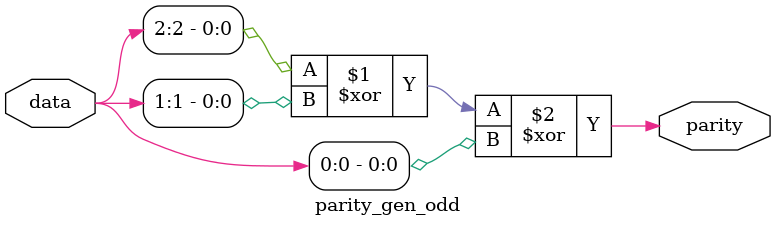
<source format=v>
`timescale 1ns / 1ps

module parity_gen_odd (
  input [2:0]data,     
  output  parity     
);

   assign parity = data[2] ^ data[1] ^ data[0];  
endmodule


</source>
